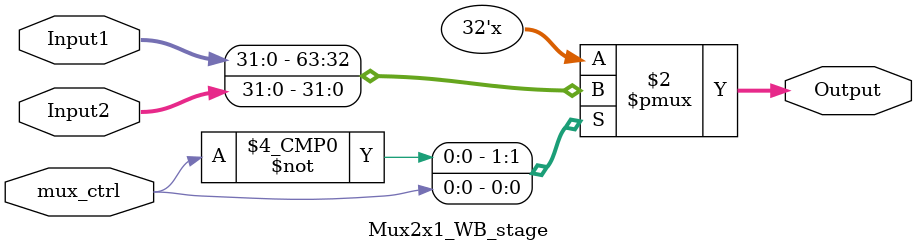
<source format=v>

  module Mux2x1_WB_stage  ( input wire mux_ctrl , input wire [31:0] Input1 ,input wire [31:0] Input2  , output reg [31:0] Output ) ;
 
  always @ ( Input1 or Input2 or mux_ctrl )
  begin 
  case (mux_ctrl)
  0:
  begin
  Output = Input1 ;
  end
  1:
  begin
  Output = Input2 ;
  end
  endcase 
  end
  endmodule 

</source>
